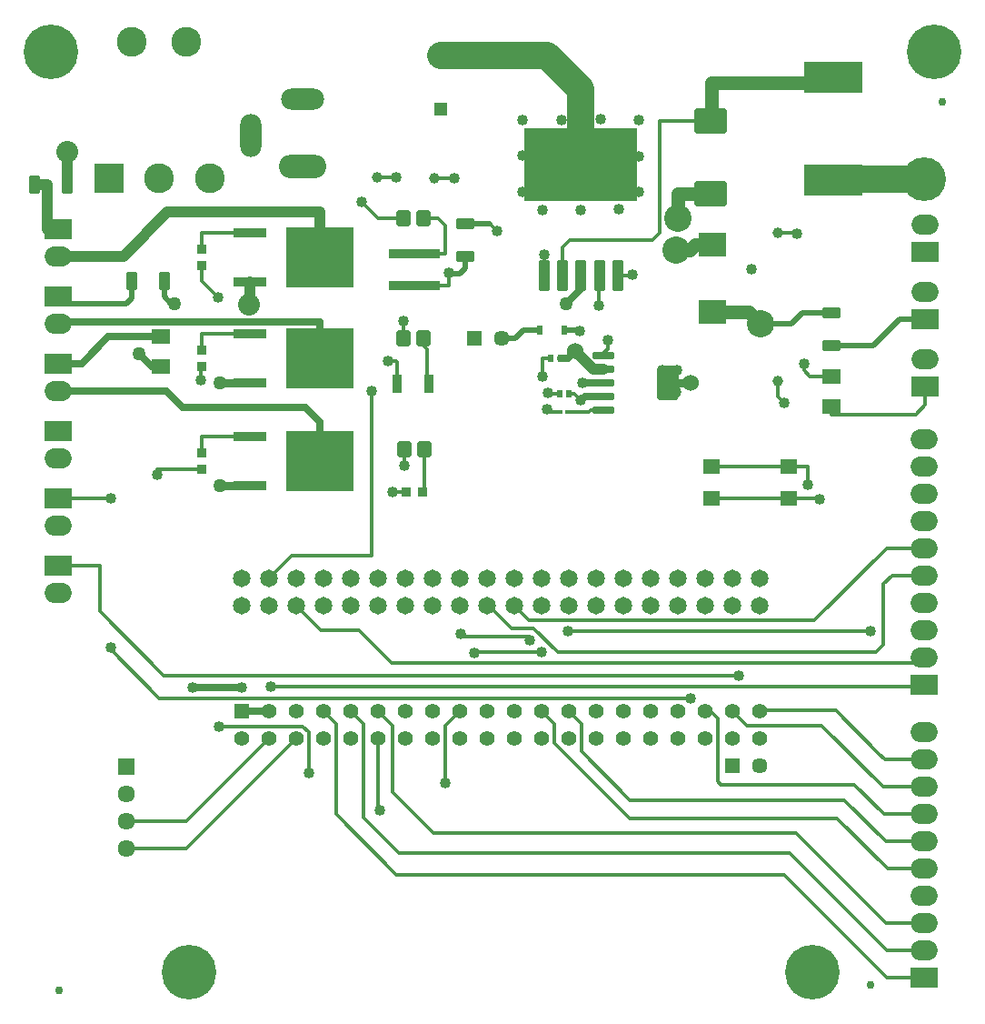
<source format=gbr>
G04 DipTrace 4.3.0.5*
G04 1 - Top.gbr*
%MOIN*%
G04 #@! TF.FileFunction,Copper,L1,Top*
G04 #@! TF.Part,Single*
%AMOUTLINE0*
4,1,28,
0.060433,0.033941,
0.060433,-0.033941,
0.060027,-0.037027,
0.058835,-0.039904,
0.05694,-0.042373,
0.05447,-0.044268,
0.051594,-0.04546,
0.048508,-0.045866,
-0.048508,-0.045866,
-0.051594,-0.04546,
-0.05447,-0.044268,
-0.05694,-0.042373,
-0.058835,-0.039904,
-0.060027,-0.037027,
-0.060433,-0.033941,
-0.060433,0.033941,
-0.060027,0.037027,
-0.058835,0.039904,
-0.05694,0.042373,
-0.05447,0.044268,
-0.051594,0.04546,
-0.048508,0.045866,
0.048508,0.045866,
0.051594,0.04546,
0.05447,0.044268,
0.05694,0.042373,
0.058835,0.039904,
0.060027,0.037027,
0.060433,0.033941,
0*%
%AMOUTLINE3*
4,1,28,
-0.013984,0.033661,
0.013984,0.033661,
0.015256,0.033494,
0.016441,0.033003,
0.017459,0.032222,
0.018239,0.031205,
0.01873,0.03002,
0.018898,0.028748,
0.018898,-0.028748,
0.01873,-0.03002,
0.018239,-0.031205,
0.017459,-0.032222,
0.016441,-0.033003,
0.015256,-0.033494,
0.013984,-0.033661,
-0.013984,-0.033661,
-0.015256,-0.033494,
-0.016441,-0.033003,
-0.017459,-0.032222,
-0.018239,-0.031205,
-0.01873,-0.03002,
-0.018898,-0.028748,
-0.018898,0.028748,
-0.01873,0.03002,
-0.018239,0.031205,
-0.017459,0.032222,
-0.016441,0.033003,
-0.015256,0.033494,
-0.013984,0.033661,
0*%
%AMOUTLINE6*
4,1,28,
0.033661,0.013985,
0.033662,-0.013983,
0.033494,-0.015255,
0.033004,-0.01644,
0.032223,-0.017458,
0.031205,-0.018239,
0.03002,-0.018729,
0.028749,-0.018897,
-0.028748,-0.018898,
-0.030019,-0.018731,
-0.031204,-0.01824,
-0.032222,-0.017459,
-0.033003,-0.016442,
-0.033494,-0.015257,
-0.033661,-0.013985,
-0.033662,0.013983,
-0.033494,0.015255,
-0.033004,0.01644,
-0.032223,0.017458,
-0.031205,0.018239,
-0.03002,0.018729,
-0.028749,0.018897,
0.028748,0.018898,
0.030019,0.018731,
0.031204,0.01824,
0.032222,0.017459,
0.033003,0.016442,
0.033494,0.015257,
0.033661,0.013985,
0*%
%AMOUTLINE9*
4,1,28,
-0.033661,-0.013984,
-0.033661,0.013984,
-0.033494,0.015256,
-0.033003,0.016441,
-0.032222,0.017459,
-0.031205,0.018239,
-0.03002,0.01873,
-0.028748,0.018898,
0.028748,0.018898,
0.03002,0.01873,
0.031205,0.018239,
0.032222,0.017459,
0.033003,0.016441,
0.033494,0.015256,
0.033661,0.013984,
0.033661,-0.013984,
0.033494,-0.015256,
0.033003,-0.016441,
0.032222,-0.017459,
0.031205,-0.018239,
0.03002,-0.01873,
0.028748,-0.018898,
-0.028748,-0.018898,
-0.03002,-0.01873,
-0.031205,-0.018239,
-0.032222,-0.017459,
-0.033003,-0.016441,
-0.033494,-0.015256,
-0.033661,-0.013984,
0*%
%AMOUTLINE12*
4,1,28,
-0.025591,-0.019803,
-0.025591,0.019803,
-0.025259,0.02232,
-0.024288,0.024665,
-0.022742,0.026679,
-0.020728,0.028225,
-0.018383,0.029196,
-0.015866,0.029528,
0.015866,0.029528,
0.018383,0.029196,
0.020728,0.028225,
0.022742,0.026679,
0.024288,0.024665,
0.025259,0.02232,
0.025591,0.019803,
0.025591,-0.019803,
0.025259,-0.02232,
0.024288,-0.024665,
0.022742,-0.026679,
0.020728,-0.028225,
0.018383,-0.029196,
0.015866,-0.029528,
-0.015866,-0.029528,
-0.018383,-0.029196,
-0.020728,-0.028225,
-0.022742,-0.026679,
-0.024288,-0.024665,
-0.025259,-0.02232,
-0.025591,-0.019803,
0*%
%AMOUTLINE15*
4,1,28,
-0.02145,-0.046066,
-0.021463,0.04606,
-0.021128,0.048607,
-0.020145,0.050981,
-0.018582,0.05302,
-0.016543,0.054584,
-0.01417,0.055568,
-0.011622,0.055904,
0.011606,0.055907,
0.014154,0.055572,
0.016528,0.054589,
0.018566,0.053025,
0.020131,0.050987,
0.021114,0.048613,
0.02145,0.046066,
0.021463,-0.04606,
0.021128,-0.048607,
0.020145,-0.050981,
0.018582,-0.05302,
0.016543,-0.054584,
0.01417,-0.055568,
0.011622,-0.055904,
-0.011606,-0.055907,
-0.014154,-0.055572,
-0.016528,-0.054589,
-0.018566,-0.053025,
-0.020131,-0.050987,
-0.021114,-0.048613,
-0.02145,-0.046066,
0*%
%AMOUTLINE18*
4,1,28,
0.20825,0.124833,
0.208286,-0.124773,
0.207951,-0.127321,
0.206968,-0.129695,
0.205404,-0.131733,
0.203366,-0.133298,
0.200992,-0.134281,
0.198445,-0.134617,
-0.198406,-0.134674,
-0.200953,-0.134339,
-0.203327,-0.133356,
-0.205366,-0.131792,
-0.20693,-0.129754,
-0.207914,-0.12738,
-0.20825,-0.124833,
-0.208286,0.124773,
-0.207951,0.127321,
-0.206968,0.129695,
-0.205404,0.131733,
-0.203366,0.133298,
-0.200992,0.134281,
-0.198445,0.134617,
0.198406,0.134674,
0.200953,0.134339,
0.203327,0.133356,
0.205366,0.131792,
0.20693,0.129754,
0.207914,0.12738,
0.20825,0.124833,
0*%
%AMOUTLINE21*
4,1,28,
-0.035606,0.012205,
0.035606,0.012205,
0.036428,0.012097,
0.037193,0.01178,
0.03785,0.011275,
0.038354,0.010618,
0.038671,0.009853,
0.03878,0.009031,
0.03878,-0.009031,
0.038671,-0.009853,
0.038354,-0.010618,
0.03785,-0.011275,
0.037193,-0.01178,
0.036428,-0.012097,
0.035606,-0.012205,
-0.035606,-0.012205,
-0.036428,-0.012097,
-0.037193,-0.01178,
-0.03785,-0.011275,
-0.038354,-0.010618,
-0.038671,-0.009853,
-0.03878,-0.009031,
-0.03878,0.009031,
-0.038671,0.009853,
-0.038354,0.010618,
-0.03785,0.011275,
-0.037193,0.01178,
-0.036428,0.012097,
-0.035606,0.012205,
0*%
%AMOUTLINE24*
4,1,28,
-0.028697,0.062205,
0.028697,0.062205,
0.031306,0.061861,
0.033738,0.060854,
0.035826,0.059252,
0.037429,0.057163,
0.038436,0.054732,
0.03878,0.052122,
0.03878,-0.052122,
0.038436,-0.054732,
0.037429,-0.057163,
0.035826,-0.059252,
0.033738,-0.060854,
0.031306,-0.061861,
0.028697,-0.062205,
-0.028697,-0.062205,
-0.031306,-0.061861,
-0.033738,-0.060854,
-0.035826,-0.059252,
-0.037429,-0.057163,
-0.038436,-0.054732,
-0.03878,-0.052122,
-0.03878,0.052122,
-0.038436,0.054732,
-0.037429,0.057163,
-0.035826,0.059252,
-0.033738,0.060854,
-0.031306,0.061861,
-0.028697,0.062205,
0*%
G04 #@! TA.AperFunction,Conductor*
%ADD15C,0.013*%
G04 #@! TA.AperFunction,ViaPad*
%ADD16C,0.04*%
G04 #@! TA.AperFunction,Conductor*
%ADD17C,0.02*%
%ADD18C,0.025*%
G04 #@! TA.AperFunction,ViaPad*
%ADD19C,0.1*%
%ADD20C,0.05*%
G04 #@! TA.AperFunction,Conductor*
%ADD21C,0.03*%
G04 #@! TA.AperFunction,ComponentPad*
%ADD23R,0.047244X0.047244*%
%ADD25C,0.047244*%
%ADD27R,0.099213X0.090945*%
%ADD28R,0.023622X0.026378*%
%ADD29R,0.014961X0.015748*%
%ADD31R,0.024803X0.032677*%
%ADD32R,0.070866X0.051969*%
%ADD33C,0.029528*%
G04 #@! TA.AperFunction,ComponentPad*
%ADD35R,0.098425X0.074803*%
%ADD37O,0.098425X0.074803*%
%ADD40O,0.173228X0.086614*%
%ADD42O,0.07874X0.15748*%
%ADD43O,0.15748X0.07874*%
%ADD44R,0.055039X0.055039*%
%ADD46C,0.055039*%
%ADD47R,0.063386X0.063386*%
%ADD49C,0.063386*%
%ADD50R,0.057087X0.057087*%
%ADD52C,0.057087*%
%ADD53R,0.216535X0.11811*%
G04 #@! TA.AperFunction,ComponentPad*
%ADD54C,0.064961*%
%ADD56C,0.2*%
%ADD57R,0.118898X0.038189*%
%ADD58R,0.248819X0.223228*%
%ADD59R,0.18622X0.038189*%
%ADD60R,0.038189X0.06811*%
%ADD61R,0.035433X0.038189*%
%ADD62R,0.038189X0.035433*%
G04 #@! TA.AperFunction,ComponentPad*
%ADD63R,0.109252X0.109252*%
%ADD65C,0.109252*%
%ADD66R,0.062992X0.055118*%
%ADD67C,0.03937*%
G04 #@! TA.AperFunction,ViaPad*
%ADD69C,0.06*%
%ADD70C,0.08*%
%ADD71C,0.16*%
%ADD168OUTLINE0*%
%ADD171OUTLINE3*%
%ADD174OUTLINE6*%
%ADD177OUTLINE9*%
%ADD180OUTLINE12*%
%ADD183OUTLINE15*%
%ADD186OUTLINE18*%
%ADD189OUTLINE21*%
%ADD192OUTLINE24*%
%FSLAX26Y26*%
G04*
G70*
G90*
G75*
G01*
G04 Top*
%LPD*%
X1986571Y3142420D2*
D15*
Y3095843D1*
X1859997D1*
X586121Y3585301D2*
D16*
Y3464271D1*
X586180D1*
X1725371Y3490901D2*
D15*
X1793171D1*
X1795361Y3493091D1*
X2338528Y3133127D2*
X2338493Y3208554D1*
X2047781Y3201612D2*
D17*
Y3158192D1*
X2027620Y3138031D1*
X1990961D1*
D15*
X1986571Y3142420D1*
X1780129Y2338340D2*
X1830850D1*
X2472298Y2675431D2*
X2448678Y2699052D1*
X2427045D1*
X2555763Y2689522D2*
D18*
X2486389D1*
X2472298Y2675431D1*
X930392Y2796830D2*
X896491D1*
X849581Y2843741D1*
X3217350Y2663661D2*
D15*
X3193250Y2687760D1*
Y2746561D1*
X3390028Y2763172D2*
X3311909D1*
X3291430Y2783651D1*
Y2809050D1*
X2538100Y3020591D2*
X2539315Y3133156D1*
X2570851Y2894552D2*
Y2862714D1*
X2555763Y2847627D1*
Y2839522D1*
X3732531Y3486340D2*
D19*
X3397340D1*
Y3482863D1*
X2953184Y2999414D2*
D20*
X3086007D1*
X3130550Y2954871D1*
X2555763Y2789522D2*
D16*
X2518871D1*
X2452011Y2856381D1*
X2396945Y2828951D2*
D18*
X2424581D1*
X2452011Y2856381D1*
X1798242Y2736022D2*
D15*
Y2814129D1*
X1792920Y2819451D1*
X1763271D1*
X1703001Y2708491D2*
Y2104901D1*
X1411050D1*
X1328411Y2022262D1*
X2412406Y2932231D2*
D17*
X2466350D1*
X2468661Y2929920D1*
X3193640Y3288050D2*
D15*
X3264230D1*
Y3286431D1*
X3130550Y2954871D2*
D17*
X3243540D1*
X3282960Y2994291D1*
X3390241D1*
X943399Y3112621D2*
Y3054586D1*
X969065Y3028920D1*
D15*
X979730D1*
X2348630Y2641511D2*
Y2631441D1*
X2397407D1*
X1956070Y3938536D2*
D19*
X2347917D1*
X2472327Y3814125D1*
Y3537477D1*
X1823108Y2496501D2*
D15*
Y2433970D1*
X1823106D1*
X1819357Y2965592D2*
Y2903064D1*
X1819359D1*
X2948130Y3433321D2*
D20*
X2827671D1*
Y3340411D1*
X2875301Y2736941D2*
D21*
X2792377D1*
Y2739522D1*
X2476781Y2739241D2*
D18*
X2555763D1*
Y2739522D1*
X2329611Y2761381D2*
D15*
X2331150D1*
Y2828951D1*
X2362536D1*
X2821001Y3224661D2*
D20*
X2871726D1*
X2890574Y3243508D1*
X2953179D1*
X1255141Y3026481D2*
D16*
X1257148Y3028487D1*
Y3108570D1*
X1148161Y2362241D2*
D21*
X1148661Y2362741D1*
X1257667D1*
X1147050Y2737052D2*
X1256917D1*
Y2738550D1*
X1667046Y3401742D2*
D15*
X1728036Y3340752D1*
X1819439D1*
X2661851Y3135151D2*
X2659865Y3133166D1*
X2606245D1*
X2418230Y3028661D2*
D18*
X2472386Y3082817D1*
Y3133146D1*
X2349260Y2701361D2*
D15*
X2351570Y2699052D1*
X2392636D1*
X2006730Y3486751D2*
X2006360Y3487121D1*
X1934190D1*
X1328150Y1435941D2*
X1024419Y1132210D1*
X802901D1*
X1334913Y1624632D2*
X3732041D1*
Y1633041D1*
X1428411Y1922262D2*
X1517636Y1833037D1*
X1656082D1*
X1776058Y1713061D1*
X3732041D1*
Y1733041D1*
X1428150Y1435941D2*
X1024419Y1032210D1*
X802901D1*
X3731591Y1056671D2*
X3589771D1*
X3436606Y1209836D1*
X2652506D1*
X2475172Y1387170D1*
Y1488919D1*
X2428150Y1535941D1*
X3731591Y956671D2*
X3596491D1*
X3412351Y1140812D1*
X2652200D1*
X2375172Y1417839D1*
Y1488919D1*
X2328150Y1535941D1*
X2082481Y1748651D2*
X2085801Y1751972D1*
X2326401D1*
X2228411Y1922262D2*
X2281537Y1869136D1*
X3328905D1*
X3592810Y2133041D1*
X3732041D1*
X2128411Y1922262D2*
X2135871D1*
X2218201Y1839931D1*
X2296661D1*
X2385956Y1750636D1*
X3552693D1*
X3580271Y1778213D1*
Y2000208D1*
X3613104Y2033041D1*
X3732041D1*
X2425393Y1829636D2*
X3535653D1*
X2875172Y1582962D2*
X924070D1*
X746331Y1760701D1*
Y1767481D1*
Y2316490D2*
X554191D1*
X1528150Y1535941D2*
X1575172Y1488919D1*
Y1157300D1*
X1795911Y936561D1*
X3215931D1*
X3595821Y556671D1*
X3731591D1*
X1628150Y1535941D2*
X1675172Y1488919D1*
Y1143629D1*
X1804351Y1014451D1*
X3236082D1*
X3593861Y656671D1*
X3731591D1*
X2928150Y1535941D2*
X2946733D1*
X2974310Y1508364D1*
Y1277086D1*
X2985165Y1266231D1*
X3473040D1*
X3582600Y1156671D1*
X3731591D1*
X1728150Y1435941D2*
Y1177859D1*
X1735672Y1170336D1*
X3731591Y756671D2*
X3591901D1*
X3260420Y1088151D1*
X1931271D1*
X1781129Y1238293D1*
Y1482962D1*
X1728150Y1535941D1*
X3028150D2*
X3081129Y1482962D1*
X3353540D1*
X3579831Y1256671D1*
X3731591D1*
X3128150Y1535941D2*
Y1537249D1*
X3408033D1*
X3565411Y1379871D1*
Y1377961D1*
X3586701Y1356671D1*
X3731591D1*
X1141501Y3051951D2*
X1080863Y3112588D1*
Y3168880D1*
X1080700Y2798821D2*
X1079221D1*
Y2748700D1*
X916001Y2400871D2*
Y2422641D1*
X1080690D1*
X1975172Y1270423D2*
Y1482964D1*
X2028150Y1535941D1*
X3051420Y1666511D2*
X942061D1*
X708081Y1900491D1*
Y2069090D1*
X553999D1*
X3397340Y3856878D2*
D20*
Y3839800D1*
X2950550D1*
Y3698281D1*
X2948130D1*
D15*
X2760581D1*
Y3289130D1*
X2733003Y3261553D1*
X2431417D1*
X2405457Y3235594D1*
Y3133137D1*
X553791Y3302472D2*
D16*
X513180D1*
Y3464271D1*
X466102D1*
X823321Y3112621D2*
D17*
Y3049512D1*
X803109Y3029301D1*
X553710D1*
D15*
Y3056210D1*
X2419533Y2631441D2*
X2499801D1*
X2507881Y2639522D1*
X2555763D1*
X1894162Y2903064D2*
Y2875539D1*
X1907920Y2861780D1*
Y2736022D1*
X1914777D1*
X1894242Y3340752D2*
X1946602D1*
X1972602Y3314752D1*
Y3212378D1*
X1859983D1*
X1897911Y2496501D2*
X1896634D1*
Y2338340D1*
X1890692D1*
X553738Y2709451D2*
D18*
X950331D1*
X1011771Y2648011D1*
X1461720D1*
X1514754Y2594977D1*
Y2452741D1*
X553710Y2956210D2*
Y2962061D1*
X1514003D1*
Y2828550D1*
X553801Y3202472D2*
D16*
X792651D1*
X954140Y3363960D1*
X1514234D1*
Y3198570D1*
X1257667Y2542741D2*
D15*
X1080690D1*
Y2482483D1*
X1256917Y2918550D2*
X1080700D1*
Y2858663D1*
X1257148Y3288570D2*
X1080857D1*
Y3228722D1*
X2950688Y2432397D2*
X3234153D1*
X3305571D1*
Y2366171D1*
X2950688Y2314287D2*
X3234153D1*
X3348221D1*
Y2313091D1*
X553728Y2809451D2*
D18*
X641318D1*
X738540Y2906672D1*
X930389D1*
X2181561Y2901920D2*
D17*
X2229606D1*
X2259917Y2932231D1*
X2321855D1*
X2047779Y3321691D2*
X2139049D1*
D15*
X2164609Y3296130D1*
X3734822Y2970120D2*
D17*
X3639705D1*
X3543797Y2874212D1*
X3390241D1*
X3390031Y2653330D2*
D15*
Y2622571D1*
X3700260D1*
X3734420Y2656731D1*
Y2723351D1*
X2030781Y1819472D2*
Y1809102D1*
X2283641D1*
Y1796661D1*
X1145451Y1479641D2*
X1452494D1*
X1475172Y1456962D1*
Y1309923D1*
X1228149Y1622462D2*
D18*
X1046428D1*
X1228150Y1535941D2*
X1328150D1*
D16*
X746331Y1767481D3*
Y2316490D3*
X2770180Y2785911D3*
X2330321Y3505511D3*
X2823451Y2783661D3*
X2771821Y2710842D3*
X2822100Y2704762D3*
X1432210Y3254721D3*
X2612081Y3505951D3*
X2257491Y3439201D3*
X1513591Y3255210D3*
X2402371Y3437851D3*
X2259150Y3702431D3*
X1592890Y3252991D3*
X1515071Y3150842D3*
X2683581Y3568371D3*
X1795361Y3493091D3*
X1590671Y3151941D3*
X2613221Y3636371D3*
X2470411Y3638182D3*
X2470911Y3509102D3*
X1436520Y3149361D3*
X2401871Y3703331D3*
X1433031Y2881411D3*
X2542641Y3704541D3*
X1517081Y2881661D3*
X1596201Y2882321D3*
X2331680Y3636791D3*
X2258260Y3570671D3*
X1430180Y2774522D3*
X2403081Y3570661D3*
X2685031Y3700892D3*
X1514271Y2775241D3*
X2540210Y3571071D3*
X1596201Y2775231D3*
X1427411Y2509401D3*
X2685840Y3439632D3*
X1513611Y2507491D3*
X2329661Y3371481D3*
X1597890Y2510762D3*
X2470420Y3371481D3*
X1431301Y2397721D3*
X2611600Y3373911D3*
X2541020Y3438411D3*
X1514271Y2396420D3*
X1597241Y2399031D3*
X2326401Y1751972D3*
X2082481Y1748651D3*
D69*
X2452011Y2856381D3*
D16*
X1703001Y2708491D3*
X1763271Y2819451D3*
X2468661Y2929920D3*
X3264230Y3286431D3*
X3291430Y2809050D3*
X2348630Y2641511D3*
D19*
X2821001Y3224661D3*
D70*
X1255141Y3026481D3*
D20*
X1148161Y2362241D3*
X1147050Y2737052D3*
D16*
X1667046Y3401742D3*
X2661851Y3135151D3*
D20*
X2418230Y3028661D3*
D16*
X2349260Y2701361D3*
X1823106Y2433970D3*
X1819357Y2965592D3*
D19*
X2827671Y3340411D3*
D69*
X2875301Y2736941D3*
D16*
X2476781Y2739241D3*
X2329611Y2761381D3*
X2472298Y2675431D3*
X1780129Y2338340D3*
X1986571Y3142420D3*
X2164609Y3296130D3*
X2538100Y3020591D3*
X2570851Y2894552D3*
D71*
X3732531Y3486340D3*
D16*
X1334913Y1624632D3*
X3535653Y1829636D3*
X2425393D3*
X2875172Y1582962D3*
X1735672Y1170336D3*
X1141501Y3051951D3*
X1079221Y2748700D3*
X916001Y2400871D3*
X1975172Y1270423D3*
X3051420Y1666511D3*
X3305571Y2366171D3*
X3348221Y2313091D3*
X2283641Y1796661D3*
X2030781Y1819472D3*
X1475172Y1309923D3*
X1145451Y1479641D3*
X1046428Y1622462D3*
X1228149D3*
X2006730Y3486751D3*
X3217350Y2663661D3*
D20*
X849581Y2843741D3*
D70*
X586121Y3585301D3*
D20*
X979730Y3028920D3*
D19*
X3130550Y2954871D3*
D16*
X2338493Y3208554D3*
X3098910Y3155161D3*
D23*
X1956070Y3741686D3*
D25*
Y3938536D3*
D27*
X2953184Y2999414D3*
X2953179Y3243508D3*
D28*
X2362536Y2828951D3*
X2396945D3*
D29*
X2397407Y2631441D3*
X2419533D3*
D28*
X2392636Y2699052D3*
X2427045D3*
D168*
X2948130Y3698281D3*
Y3433321D3*
D31*
X2412406Y2932231D3*
X2321855D3*
D171*
X586180Y3464271D3*
X466102D3*
X943399Y3112621D3*
X823321D3*
D32*
X930389Y2906672D3*
X930392Y2796830D3*
D174*
X2047782Y3201612D3*
X2047779Y3321691D3*
D177*
X3390241Y2994291D3*
Y2874212D3*
D32*
X3390030Y2653330D3*
X3390028Y2763172D3*
D33*
X3799251Y3767791D3*
X557201Y511231D3*
X3535230Y532231D3*
D35*
X553790Y3302471D3*
D37*
X553801Y3202471D3*
D35*
X553710Y3056210D3*
D37*
Y2956210D3*
D35*
X553727Y2809450D3*
D37*
X553738Y2709450D3*
D35*
X3734611Y3216881D3*
D37*
Y3316881D3*
D35*
X3734822Y2970120D3*
D37*
Y3070120D3*
D35*
X3734420Y2723351D3*
D37*
Y2823351D3*
D35*
X553399Y2562620D3*
D37*
Y2462620D3*
D35*
X554191Y2316490D3*
D37*
Y2216490D3*
D35*
X553999Y2069090D3*
D37*
Y1969090D3*
D40*
X1450220Y3530757D3*
D42*
X1261244Y3644930D3*
D43*
X1450220Y3778789D3*
D44*
X1228150Y1535941D3*
D46*
X1328150D3*
X1428150D3*
X1528150D3*
X1628150D3*
X1728150D3*
X1828150D3*
X1928150D3*
X2028150D3*
X2128150D3*
X2228150D3*
X2328150D3*
X2428150D3*
X2528150D3*
X2628150D3*
X2728150D3*
X2828150D3*
X2928150D3*
X3028150D3*
X3128150D3*
X1228150Y1435941D3*
X1328150D3*
X1428150D3*
X1528150D3*
X1628150D3*
X1728150D3*
X1828150D3*
X1928150D3*
X2028150D3*
X2128150D3*
X2228150D3*
X2328150D3*
X2428150D3*
X2528150D3*
X2628150D3*
X2728150D3*
X2828150D3*
X2928150D3*
X3028150D3*
X3128150D3*
D47*
X802901Y1332210D3*
D49*
Y1232210D3*
Y1132210D3*
Y1032210D3*
D50*
X3028132Y1335881D3*
D52*
X3128132D3*
D35*
X3732041Y1633041D3*
D37*
Y1733041D3*
Y1833041D3*
Y1933041D3*
Y2033041D3*
Y2133041D3*
Y2233041D3*
Y2333041D3*
Y2433041D3*
Y2533041D3*
D35*
X3731591Y556671D3*
D37*
Y656671D3*
Y756671D3*
Y856671D3*
Y956671D3*
Y1056671D3*
Y1156671D3*
Y1256671D3*
Y1356671D3*
Y1456671D3*
D50*
X2081561Y2901920D3*
D52*
X2181561D3*
D53*
X3397340Y3856878D3*
Y3482863D3*
D180*
X1819439Y3340752D3*
X1894242D3*
X1819359Y2903064D3*
X1894162D3*
X1823108Y2496501D3*
X1897911D3*
D54*
X1228411Y1922262D3*
Y2022262D3*
X1328411Y1922262D3*
Y2022262D3*
X1428411Y1922262D3*
Y2022262D3*
X1528411Y1922262D3*
Y2022262D3*
X1628411D3*
Y1922262D3*
X1728411Y2022262D3*
Y1922262D3*
X1828411Y2022262D3*
Y1922262D3*
X1928411D3*
Y2022262D3*
X2028411Y1922262D3*
Y2022262D3*
X2128411Y1922262D3*
Y2022262D3*
X2228411Y1922262D3*
Y2022262D3*
X2328411Y1922262D3*
Y2022262D3*
X2428411Y1922262D3*
Y2022262D3*
X2528411Y1922262D3*
Y2022262D3*
X2628411Y1922262D3*
Y2022262D3*
X2728411Y1922262D3*
Y2022262D3*
X2828411Y1922262D3*
Y2022262D3*
X2928411Y1922262D3*
Y2022262D3*
X3028411Y1922262D3*
Y2022262D3*
X3128411Y1922262D3*
Y2022262D3*
D56*
X3321251Y579361D3*
X3768570Y3952611D3*
X526991D3*
X1035461Y577731D3*
D57*
X1257148Y3108570D3*
Y3288570D3*
D58*
X1514234Y3198570D3*
D57*
X1256917Y2738550D3*
Y2918550D3*
D58*
X1514003Y2828550D3*
D57*
X1257667Y2362741D3*
Y2542741D3*
D58*
X1514754Y2452741D3*
D59*
X1859996Y3095843D3*
X1859984Y3212378D3*
D60*
X1798242Y2736022D3*
X1914777D3*
D61*
X1830850Y2338340D3*
X1890692D3*
D62*
X1080863Y3168880D3*
X1080857Y3228722D3*
X1080700Y2798821D3*
Y2858663D3*
X1080690Y2422641D3*
Y2482483D3*
D63*
X740561Y3487161D3*
D65*
X925600D3*
X1110640D3*
X825600Y3987161D3*
X1025600D3*
D66*
X3234153Y2432397D3*
X2950688D3*
X3234153Y2314287D3*
X2950688D3*
D67*
X1725371Y3490901D3*
X3193640Y3288050D3*
X3193250Y2746561D3*
X1934190Y3487121D3*
D183*
X2338527Y3133127D3*
X2405457Y3133137D3*
X2472386Y3133146D3*
X2539315Y3133156D3*
X2606244Y3133165D3*
D186*
X2472327Y3537477D3*
D189*
X2555763Y2789522D3*
Y2639522D3*
Y2839522D3*
Y2689522D3*
D192*
X2792377Y2739522D3*
D189*
X2555763D3*
M02*

</source>
